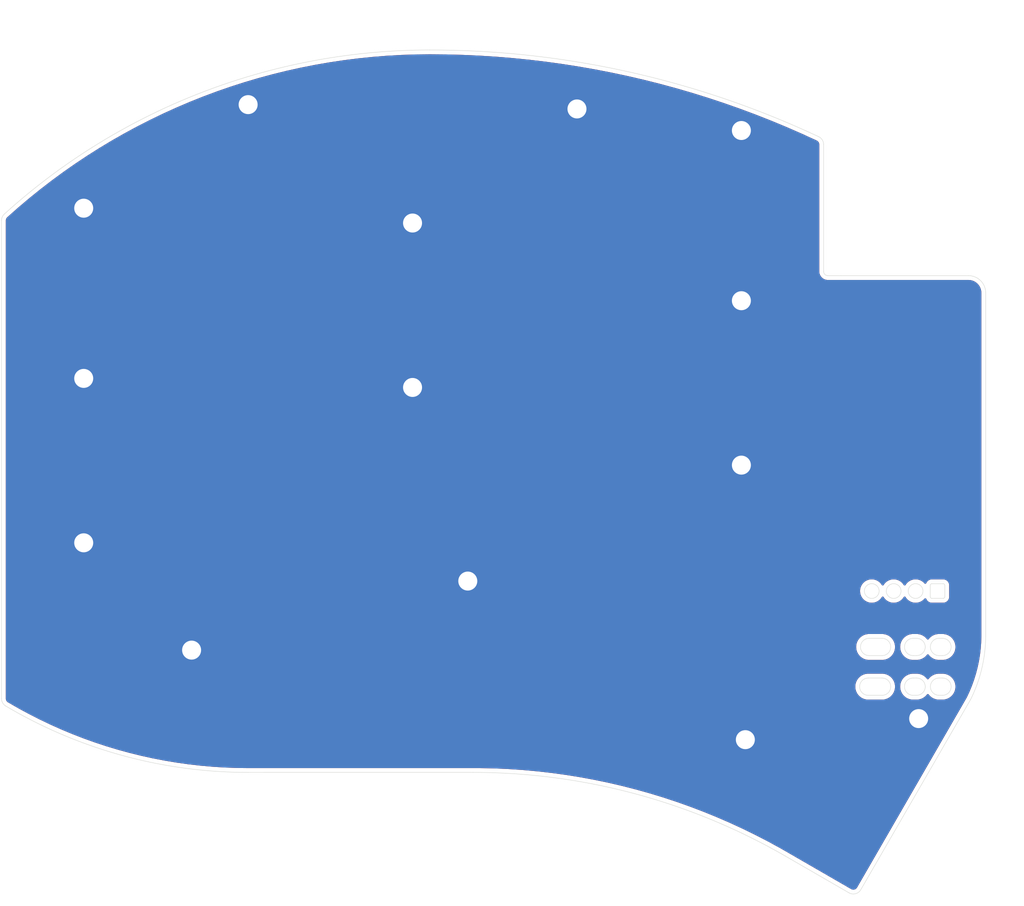
<source format=kicad_pcb>
(kicad_pcb (version 20221018) (generator pcbnew)
  (layers (0 "F.Cu" signal) (31 "B.Cu" signal) (34 "B.Paste" user) (35 "F.Paste" user) (36 "B.SilkS" user "B.Silkscreen") (37 "F.SilkS" user "F.Silkscreen") (38 "B.Mask" user) (39 "F.Mask" user) (44 "Edge.Cuts" user))
  (net 0 "")
  (net 1 "GND")
  (footprint "local:MountingHole_2.2mm_M2_Pad" (layer "F.Cu") (at 235.105481 98.337636)
    (fp_text reference "H12" hide)
    (fp_text value "MountingHole" hide)
    (pad "1" thru_hole circle (at 0 0) (size 4.2 4.2) (drill 2.2) (layers "*.Cu" "*.Mask") (net 1 "GND"))
  )
  (footprint "local:MountingHole_2.2mm_M2_Pad" (layer "F.Cu") (at 197.005477 89.337636)
    (fp_text reference "H7" hide)
    (fp_text value "MountingHole" hide)
    (pad "1" thru_hole circle (at 0 0) (size 4.2 4.2) (drill 2.2) (layers "*.Cu" "*.Mask") (net 1 "GND"))
  )
  (footprint "local:TRRS-PJ-320A_cutout" (layer "F.Cu") (at 261.406021 121.704897 -90)
    (fp_text reference "J1")
    (fp_text value "MJ-4PP-9")
    (fp_line (start -3.3 3.4) (end -3.3 3) (stroke (width 0.05)) (layer "Edge.Cuts"))
    (fp_line (start -3.3 6.4) (end -3.3 6) (stroke (width 0.05)) (layer "Edge.Cuts"))
    (fp_line (start -3.3 11.5) (end -3.3 10) (stroke (width 0.05)) (layer "Edge.Cuts"))
    (fp_line (start -1.3 3) (end -1.3 3.4) (stroke (width 0.05)) (layer "Edge.Cuts"))
    (fp_line (start -1.3 6) (end -1.3 6.4) (stroke (width 0.05)) (layer "Edge.Cuts"))
    (fp_line (start -1.3 10) (end -1.3 11.5) (stroke (width 0.05)) (layer "Edge.Cuts"))
    (fp_line (start 1.3 3) (end 1.3 3.4) (stroke (width 0.05)) (layer "Edge.Cuts"))
    (fp_line (start 1.3 6) (end 1.3 6.4) (stroke (width 0.05)) (layer "Edge.Cuts"))
    (fp_line (start 1.3 10) (end 1.3 11.6) (stroke (width 0.05)) (layer "Edge.Cuts"))
    (fp_line (start 3.3 3.4) (end 3.3 3) (stroke (width 0.05)) (layer "Edge.Cuts"))
    (fp_line (start 3.3 6.4) (end 3.3 6) (stroke (width 0.05)) (layer "Edge.Cuts"))
    (fp_line (start 3.3 11.6) (end 3.3 10) (stroke (width 0.05)) (layer "Edge.Cuts"))
    (fp_arc (start -3.3 3) (mid -2.3 2) (end -1.3 3) (stroke (width 0.05)) (layer "Edge.Cuts"))
    (fp_arc (start -3.3 6) (mid -2.3 5) (end -1.3 6) (stroke (width 0.05)) (layer "Edge.Cuts"))
    (fp_arc (start -3.3 10) (mid -2.3 9) (end -1.3 10) (stroke (width 0.05)) (layer "Edge.Cuts"))
    (fp_arc (start -1.3 3.4) (mid -2.3 4.4) (end -3.3 3.4) (stroke (width 0.05)) (layer "Edge.Cuts"))
    (fp_arc (start -1.3 6.4) (mid -2.3 7.4) (end -3.3 6.4) (stroke (width 0.05)) (layer "Edge.Cuts"))
    (fp_arc (start -1.3 11.5) (mid -2.3 12.5) (end -3.3 11.5) (stroke (width 0.05)) (layer "Edge.Cuts"))
    (fp_arc (start 1.3 3) (mid 2.3 2) (end 3.3 3) (stroke (width 0.05)) (layer "Edge.Cuts"))
    (fp_arc (start 1.3 6) (mid 2.3 5) (end 3.3 6) (stroke (width 0.05)) (layer "Edge.Cuts"))
    (fp_arc (start 1.3 10) (mid 2.3 9) (end 3.3 10) (stroke (width 0.05)) (layer "Edge.Cuts"))
    (fp_arc (start 3.3 3.4) (mid 2.3 4.4) (end 1.3 3.4) (stroke (width 0.05)) (layer "Edge.Cuts"))
    (fp_arc (start 3.3 6.4) (mid 2.3 7.4) (end 1.3 6.4) (stroke (width 0.05)) (layer "Edge.Cuts"))
    (fp_arc (start 3.3 11.6) (mid 2.3 12.6) (end 1.3 11.6) (stroke (width 0.05)) (layer "Edge.Cuts"))
  )
  (footprint "local:MountingHole_2.2mm_M2_Pad" (layer "F.Cu") (at 197.005477 70.287636)
    (fp_text reference "H6" hide)
    (fp_text value "MountingHole" hide)
    (pad "1" thru_hole circle (at 0 0) (size 4.2 4.2) (drill 2.2) (layers "*.Cu" "*.Mask") (net 1 "GND"))
  )
  (footprint "local:MountingHole_2.2mm_M2_Pad" (layer "F.Cu") (at 235.56383 130.145735 -22.5)
    (fp_text reference "H13" hide)
    (fp_text value "MountingHole" hide)
    (pad "1" thru_hole circle (at 0 0 337.5) (size 4.2 4.2) (drill 2.2) (layers "*.Cu" "*.Mask") (net 1 "GND"))
  )
  (footprint "local:MountingHole_2.2mm_M2_Pad" (layer "F.Cu") (at 171.405953 119.770761)
    (fp_text reference "H5" hide)
    (fp_text value "MountingHole" hide)
    (pad "1" thru_hole circle (at 0 0) (size 4.2 4.2) (drill 2.2) (layers "*.Cu" "*.Mask") (net 1 "GND"))
  )
  (footprint "local:OLED_I2C_128x32_cutout" (layer "F.Cu") (at 254.020266 112.925697 90)
    (fp_text reference "J2" hide)
    (fp_text value "OLED")
    (fp_line (start -0.85 3.16) (end -0.85 4.46) (stroke (width 0.05)) (layer "Edge.Cuts"))
    (fp_line (start -0.65 4.66) (end 0.65 4.66) (stroke (width 0.05)) (layer "Edge.Cuts"))
    (fp_line (start 0.65 2.96) (end -0.65 2.96) (stroke (width 0.05)) (layer "Edge.Cuts"))
    (fp_line (start 0.85 4.46) (end 0.85 3.16) (stroke (width 0.05)) (layer "Edge.Cuts"))
    (fp_arc (start -0.85 3.16) (mid -0.791421 3.018579) (end -0.65 2.96) (stroke (width 0.05)) (layer "Edge.Cuts"))
    (fp_arc (start -0.65 4.66) (mid -0.791421 4.601421) (end -0.85 4.46) (stroke (width 0.05)) (layer "Edge.Cuts"))
    (fp_arc (start 0.65 2.96) (mid 0.791421 3.018579) (end 0.85 3.16) (stroke (width 0.05)) (layer "Edge.Cuts"))
    (fp_arc (start 0.85 4.46) (mid 0.791421 4.601421) (end 0.65 4.66) (stroke (width 0.05)) (layer "Edge.Cuts"))
    (fp_circle (center 0 -3.81) (end 0.8 -4.11) (stroke (width 0.05)) (fill none) (layer "Edge.Cuts"))
    (fp_circle (center 0 -1.27) (end 0.8 -1.57) (stroke (width 0.05)) (fill none) (layer "Edge.Cuts"))
    (fp_circle (center 0 1.27) (end 0.8544 1.27) (stroke (width 0.05)) (fill none) (layer "Edge.Cuts"))
  )
  (footprint "local:MountingHole_2.2mm_M2_Pad" (layer "F.Cu") (at 216.055485 57.0682)
    (fp_text reference "H9" hide)
    (fp_text value "MountingHole" hide)
    (pad "1" thru_hole circle (at 0 0) (size 4.2 4.2) (drill 2.2) (layers "*.Cu" "*.Mask") (net 1 "GND"))
  )
  (footprint "local:MountingHole_2.2mm_M2_Pad" (layer "F.Cu") (at 235.105483 59.568195)
    (fp_text reference "H10" hide)
    (fp_text value "MountingHole" hide)
    (pad "1" thru_hole circle (at 0 0) (size 4.2 4.2) (drill 2.2) (layers "*.Cu" "*.Mask") (net 1 "GND"))
  )
  (footprint "local:MountingHole_2.2mm_M2_Pad" (layer "F.Cu") (at 203.405952 111.770761)
    (fp_text reference "H8" hide)
    (fp_text value "MountingHole" hide)
    (pad "1" thru_hole circle (at 0 0) (size 4.2 4.2) (drill 2.2) (layers "*.Cu" "*.Mask") (net 1 "GND"))
  )
  (footprint "local:MountingHole_2.2mm_M2_Pad" (layer "F.Cu") (at 255.644654 127.704898 -22.5)
    (fp_text reference "H14" hide)
    (fp_text value "MountingHole" hide)
    (pad "1" thru_hole circle (at 0 0 337.5) (size 4.2 4.2) (drill 2.2) (layers "*.Cu" "*.Mask") (net 1 "GND"))
  )
  (footprint "local:MountingHole_2.2mm_M2_Pad" (layer "F.Cu") (at 177.95548 56.568701)
    (fp_text reference "H4" hide)
    (fp_text value "MountingHole" hide)
    (pad "1" thru_hole circle (at 0 0) (size 4.2 4.2) (drill 2.2) (layers "*.Cu" "*.Mask") (net 1 "GND"))
  )
  (footprint "local:MountingHole_2.2mm_M2_Pad" (layer "F.Cu") (at 235.105484 79.287636)
    (fp_text reference "H11" hide)
    (fp_text value "MountingHole" hide)
    (pad "1" thru_hole circle (at 0 0) (size 4.2 4.2) (drill 2.2) (layers "*.Cu" "*.Mask") (net 1 "GND"))
  )
  (footprint "local:MountingHole_2.2mm_M2_Pad" (layer "F.Cu") (at 158.905476 68.568697)
    (fp_text reference "H1" hide)
    (fp_text value "MountingHole" hide)
    (pad "1" thru_hole circle (at 0 0) (size 4.2 4.2) (drill 2.2) (layers "*.Cu" "*.Mask") (net 1 "GND"))
  )
  (footprint "local:MountingHole_2.2mm_M2_Pad" (layer "F.Cu") (at 158.905474 88.288131)
    (fp_text reference "H2" hide)
    (fp_text value "MountingHole" hide)
    (pad "1" thru_hole circle (at 0 0) (size 4.2 4.2) (drill 2.2) (layers "*.Cu" "*.Mask") (net 1 "GND"))
  )
  (footprint "local:MountingHole_2.2mm_M2_Pad" (layer "F.Cu") (at 158.905485 107.33813)
    (fp_text reference "H3" hide)
    (fp_text value "MountingHole" hide)
    (pad "1" thru_hole circle (at 0 0) (size 4.2 4.2) (drill 2.2) (layers "*.Cu" "*.Mask") (net 1 "GND"))
  )
  (gr_line (start 261.411205 76.382542) (end 246.62988 76.382993) (stroke (width 0.05)) (layer "Edge.Cuts"))
  (gr_line (start 248.94193 147.527394) (end 261.664186 125.491606) (stroke (width 0.05)) (layer "Edge.Cuts"))
  (gr_line (start 247.575899 147.893429) (end 240.193214 143.631026) (stroke (width 0.05)) (layer "Edge.Cuts"))
  (gr_line (start 263.411195 78.382678) (end 263.410878 118.167445) (stroke (width 0.05)) (layer "Edge.Cuts"))
  (gr_arc (start 199.005222 50.237213) (mid 222.083041 52.778869) (end 244.05468 60.281727) (stroke (width 0.05)) (layer "Edge.Cuts"))
  (gr_arc (start 263.410878 118.167445) (mid 262.953809 121.928801) (end 261.664186 125.491606) (stroke (width 0.05)) (layer "Edge.Cuts"))
  (gr_arc (start 177.95579 133.938631) (mid 163.386992 131.978508) (end 149.854276 126.237641) (stroke (width 0.05)) (layer "Edge.Cuts"))
  (gr_line (start 204.017673 133.93829) (end 177.95579 133.938631) (stroke (width 0.05)) (layer "Edge.Cuts"))
  (gr_line (start 149.380883 125.388283) (end 149.380883 69.988384) (stroke (width 0.05)) (layer "Edge.Cuts"))
  (gr_arc (start 149.854276 126.237641) (mid 149.507249 125.874449) (end 149.380874 125.388283) (stroke (width 0.05)) (layer "Edge.Cuts"))
  (gr_arc (start 244.05468 60.281727) (mid 244.474007 60.65085) (end 244.629936 61.187303) (stroke (width 0.05)) (layer "Edge.Cuts"))
  (gr_arc (start 245.129942 76.383169) (mid 244.776404 76.236708) (end 244.629936 75.883166) (stroke (width 0.05)) (layer "Edge.Cuts"))
  (gr_line (start 245.129942 76.383169) (end 246.62988 76.382993) (stroke (width 0.05)) (layer "Edge.Cuts"))
  (gr_arc (start 149.704682 69.25173) (mid 172.585078 55.155571) (end 199.005222 50.237213) (stroke (width 0.05)) (layer "Edge.Cuts"))
  (gr_arc (start 261.411205 76.382542) (mid 262.825394 76.968443) (end 263.411195 78.382678) (stroke (width 0.05)) (layer "Edge.Cuts"))
  (gr_arc (start 248.94193 147.527394) (mid 248.334723 147.993355) (end 247.575899 147.893429) (stroke (width 0.05)) (layer "Edge.Cuts"))
  (gr_arc (start 204.017673 133.93829) (mid 222.743452 136.403462) (end 240.193214 143.631026) (stroke (width 0.05)) (layer "Edge.Cuts"))
  (gr_arc (start 149.380883 69.988384) (mid 149.46543 69.586053) (end 149.704682 69.25173) (stroke (width 0.05)) (layer "Edge.Cuts"))
  (gr_line (start 244.629936 75.883166) (end 244.629936 61.187303) (stroke (width 0.05)) (layer "Edge.Cuts"))
  (zone (net 1) (net_name "GND") (layers "F&B.Cu") (connect_pads yes (clearance 0.254)) (min_thickness 0.25) (fill yes (thermal_gap 0.5) (thermal_bridge_width 0.5))
    (polygon (pts (xy 149.95006 44.5) (xy 264.206127 44.44644) (xy 264.206127 149.44644) (xy 149.206127 149.44644) (xy 149.206127 49.44644)))
  )
)
</source>
